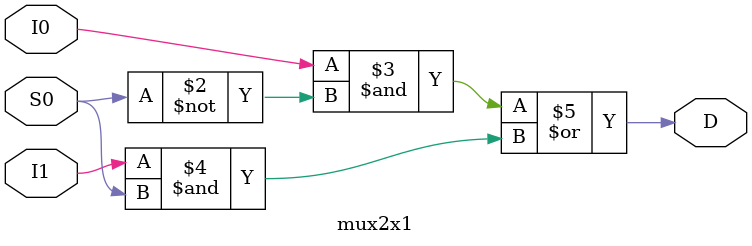
<source format=v>

`timescale 1 ns/1 ns

module mux2x1(I1, I0, S0, D);
  
  input I1, I0, S0;
  output D;
  reg D;
    
  always @ *
  begin
    D <= (I0 & ~S0) | (I1 & S0);
  end
  
endmodule



</source>
